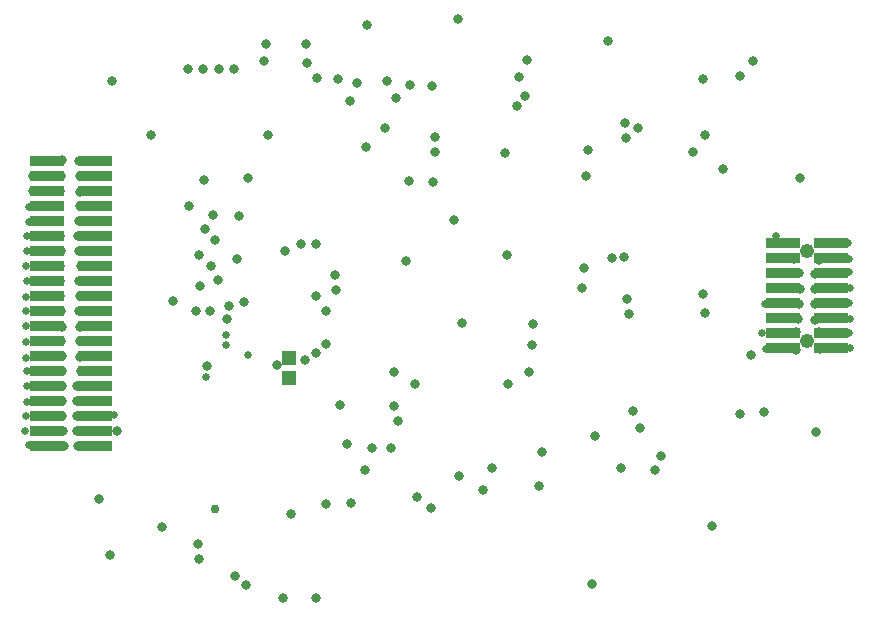
<source format=gbr>
G04 EAGLE Gerber RS-274X export*
G75*
%MOMM*%
%FSLAX34Y34*%
%LPD*%
%INSoldermask Bottom*%
%IPPOS*%
%AMOC8*
5,1,8,0,0,1.08239X$1,22.5*%
G01*
%ADD10R,1.303200X1.203200*%
%ADD11R,2.993200X0.943200*%
%ADD12C,1.223200*%
%ADD13C,0.813200*%
%ADD14C,0.663200*%
%ADD15C,0.763200*%


D10*
X399597Y218077D03*
X399597Y201077D03*
D11*
X817850Y226060D03*
X858550Y226060D03*
X817850Y238760D03*
X858550Y238760D03*
X817850Y251460D03*
X858550Y251460D03*
X817850Y264160D03*
X858550Y264160D03*
X817850Y276860D03*
X858550Y276860D03*
X817850Y289560D03*
X858550Y289560D03*
X817850Y302260D03*
X858550Y302260D03*
X817850Y314960D03*
X858550Y314960D03*
D12*
X838200Y232410D03*
X838200Y308610D03*
D11*
X194280Y143510D03*
X234980Y143510D03*
X194280Y156210D03*
X234980Y156210D03*
X194280Y168910D03*
X234980Y168910D03*
X194280Y181610D03*
X234980Y181610D03*
X194280Y194310D03*
X234980Y194310D03*
X194280Y207010D03*
X234980Y207010D03*
X194280Y219710D03*
X234980Y219710D03*
X194280Y232410D03*
X234980Y232410D03*
X194280Y245110D03*
X234980Y245110D03*
X194280Y257810D03*
X234980Y257810D03*
X194280Y270510D03*
X234980Y270510D03*
X194280Y283210D03*
X234980Y283210D03*
X194280Y295910D03*
X234980Y295910D03*
X194280Y308610D03*
X234980Y308610D03*
X194280Y321310D03*
X234980Y321310D03*
X194280Y334010D03*
X234980Y334010D03*
X194280Y346710D03*
X234980Y346710D03*
X194280Y359410D03*
X234980Y359410D03*
X194280Y372110D03*
X234980Y372110D03*
X194280Y384810D03*
X234980Y384810D03*
D13*
X219621Y156253D03*
X482518Y452399D03*
X594147Y455722D03*
X378536Y469401D03*
X379618Y483929D03*
X438793Y288410D03*
X439102Y275736D03*
X355339Y301615D03*
X488484Y177578D03*
X543738Y118242D03*
X430821Y94646D03*
X451809Y95161D03*
X422163Y14308D03*
X672575Y302897D03*
X254005Y155958D03*
X490474Y438150D03*
X523240Y391922D03*
X523240Y404622D03*
X601218Y469900D03*
X491490Y164592D03*
X563372Y105918D03*
X394716Y14732D03*
X682752Y303022D03*
X320548Y257556D03*
X332740Y257556D03*
D14*
X346202Y228600D03*
X346202Y236982D03*
D13*
X485958Y141905D03*
X758012Y75252D03*
X207345Y385629D03*
X206612Y371698D03*
X205271Y359091D03*
X205092Y346483D03*
X205182Y333876D03*
X205808Y320821D03*
X206433Y308661D03*
X205940Y295660D03*
X205940Y283428D03*
X205808Y270302D03*
X206165Y257515D03*
X207149Y244461D03*
X206523Y232032D03*
X207417Y219335D03*
X207685Y206638D03*
X207596Y193852D03*
X207372Y181110D03*
X207654Y168626D03*
X208222Y155940D03*
X209105Y143350D03*
X220907Y143243D03*
X414083Y483661D03*
X415113Y467565D03*
X441208Y454318D03*
X456943Y450384D03*
X451132Y435898D03*
X339913Y462991D03*
X352609Y462544D03*
X326950Y462276D03*
X314165Y462455D03*
X314791Y346841D03*
X327218Y368837D03*
X364946Y369999D03*
X464365Y396678D03*
X501231Y367846D03*
X521158Y367101D03*
X520836Y448535D03*
X501988Y449280D03*
X348424Y261663D03*
X330164Y211235D03*
X322938Y48070D03*
X353605Y33029D03*
X611338Y109197D03*
X647641Y277008D03*
X649042Y294401D03*
X781217Y170622D03*
X801631Y171814D03*
X714873Y135196D03*
X448680Y145389D03*
X598932Y439674D03*
X690626Y172720D03*
X605282Y229108D03*
X519684Y91186D03*
X239014Y98552D03*
X292354Y75184D03*
X247904Y51054D03*
X401574Y85852D03*
X464058Y123190D03*
X546100Y247904D03*
X498602Y299720D03*
X539242Y334772D03*
X583692Y305308D03*
X658368Y152146D03*
X655828Y26670D03*
X845820Y155194D03*
X582168Y391414D03*
X542798Y504698D03*
X465328Y499872D03*
X282702Y406908D03*
X249682Y452120D03*
X381762Y406654D03*
X301244Y265938D03*
X481076Y412242D03*
X423164Y455168D03*
X592582Y431546D03*
X469392Y141986D03*
X508254Y100076D03*
X613918Y138684D03*
X363220Y25400D03*
X322326Y60452D03*
X605790Y246380D03*
X696976Y158750D03*
X709168Y122682D03*
X685292Y267462D03*
X687578Y255270D03*
X750316Y271780D03*
X751332Y256286D03*
X347218Y251206D03*
D14*
X329184Y201930D03*
X184404Y384810D03*
X181864Y371856D03*
X181610Y359156D03*
X179324Y345948D03*
X179070Y332994D03*
X178054Y320802D03*
X177927Y308229D03*
X176784Y295402D03*
X177292Y282702D03*
X176530Y269748D03*
X176530Y257556D03*
X176530Y244602D03*
X176403Y231775D03*
X176784Y218186D03*
X178054Y206502D03*
X177546Y193802D03*
X177292Y180848D03*
X176530Y168402D03*
X175768Y156210D03*
X178975Y144331D03*
X246126Y143510D03*
D13*
X849617Y314920D03*
X848037Y301264D03*
X845218Y289383D03*
X845111Y276507D03*
X845004Y263417D03*
X844735Y250273D03*
X848048Y239744D03*
X848851Y225878D03*
X652283Y394037D03*
X650867Y372146D03*
X684659Y403982D03*
X751973Y406958D03*
X741898Y392105D03*
X684022Y416814D03*
X781304Y456438D03*
X831850Y370332D03*
X669798Y485902D03*
X766572Y378206D03*
X790702Y220218D03*
X694944Y413004D03*
X791972Y469392D03*
D14*
X873760Y238760D03*
X874268Y226060D03*
X874268Y251206D03*
X873760Y264414D03*
X874522Y277114D03*
X873252Y290576D03*
X873252Y302006D03*
X872490Y315468D03*
D13*
X488806Y206334D03*
X603098Y206290D03*
X505758Y195988D03*
X585175Y195868D03*
X830949Y289919D03*
X749705Y454417D03*
X832129Y276078D03*
X396326Y308119D03*
X328384Y326927D03*
X222258Y371698D03*
X409876Y314609D03*
X422524Y314737D03*
X335029Y338825D03*
X221811Y384842D03*
X357378Y338074D03*
X361422Y265373D03*
X389047Y211861D03*
X223160Y295928D03*
X221336Y282730D03*
X422723Y222489D03*
X339535Y283713D03*
X220470Y320911D03*
X219933Y181423D03*
X827421Y315014D03*
D14*
X811784Y321056D03*
D13*
X831271Y263953D03*
D14*
X802386Y263906D03*
D13*
X830841Y251292D03*
X828450Y239843D03*
X829042Y224385D03*
D14*
X803656Y225806D03*
X799592Y239014D03*
D13*
X222731Y270606D03*
X222079Y257694D03*
X431231Y229932D03*
X333281Y295687D03*
X221811Y333965D03*
X219964Y194310D03*
X222347Y244371D03*
X222616Y232300D03*
X222705Y219156D03*
X223510Y207175D03*
X413251Y216263D03*
X323894Y278963D03*
X221632Y308214D03*
X422664Y270690D03*
X337225Y317555D03*
X222347Y358823D03*
X430988Y258067D03*
X323527Y305391D03*
X222347Y347020D03*
D15*
X336544Y89720D03*
D14*
X364490Y220472D03*
D13*
X571041Y124869D03*
X442356Y177971D03*
X680745Y124869D03*
X219978Y168771D03*
D14*
X251714Y169672D03*
D13*
X827408Y301615D03*
D14*
X807466Y302514D03*
M02*

</source>
